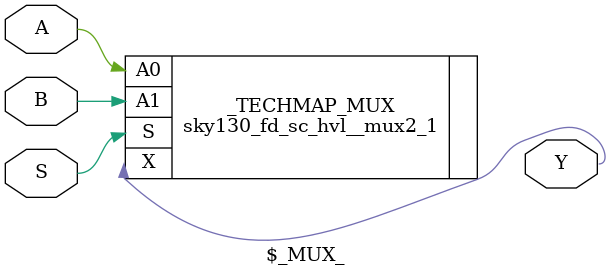
<source format=v>
module \$_MUX_ (
    output Y,
    input A,
    input B,
    input S
    );
  sky130_fd_sc_hvl__mux2_1 _TECHMAP_MUX (
      .X(Y),
      .A0(A),
      .A1(B),
      .S(S)
  );
endmodule


</source>
